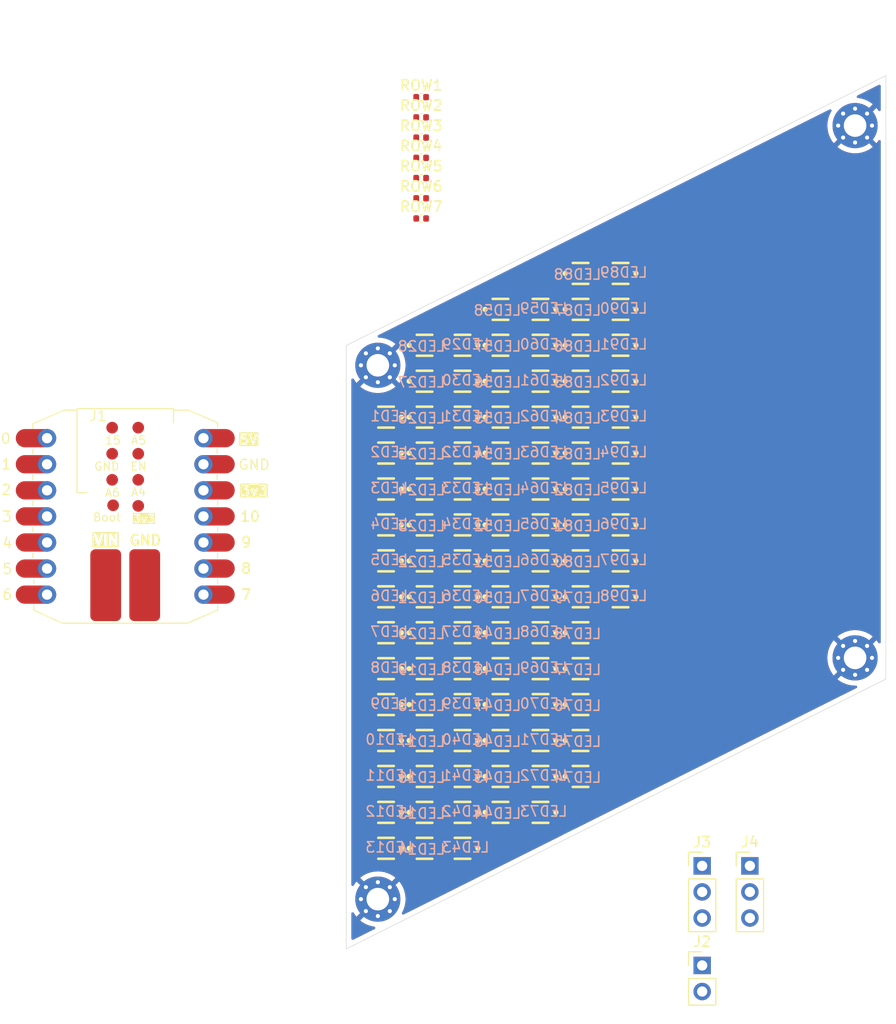
<source format=kicad_pcb>
(kicad_pcb (version 20240108) (generator "pcbnew") (generator_version "8.0")
  (layers (0 "F.Cu" signal) (31 "B.Cu" signal) (34 "B.Paste" user) (35 "F.Paste" user) (36 "B.SilkS" user "B.Silkscreen") (37 "F.SilkS" user "F.Silkscreen") (38 "B.Mask" user) (39 "F.Mask" user) (44 "Edge.Cuts" user))
  (net 0 "")
  (net 1 "GND")
  (net 2 "Net-(J1-Bat+)")
  (net 9 "Net-(J1-Bat-)")
  (net 19 "LED_IN")
  (net 26 "+5V")
  (net 33 "LED_OUT")
  (net 34 "Net-(LED1-DO)")
  (net 35 "Net-(LED2-DO)")
  (net 36 "Net-(LED3-DO)")
  (net 37 "Net-(LED4-DO)")
  (net 38 "Net-(LED5-DO)")
  (net 39 "Net-(LED6-DO)")
  (net 40 "Net-(LED7-DO)")
  (net 41 "Net-(LED8-DO)")
  (net 42 "ROW1")
  (net 43 "Net-(LED10-DO)")
  (net 44 "Net-(LED11-DO)")
  (net 45 "Net-(LED12-DO)")
  (net 46 "Net-(LED13-DO)")
  (net 47 "Net-(LED14-DO)")
  (net 48 "Net-(LED15-DO)")
  (net 49 "Net-(LED16-DO)")
  (net 50 "Net-(LED17-DO)")
  (net 51 "Net-(LED18-DO)")
  (net 52 "ROW2")
  (net 53 "Net-(LED20-DO)")
  (net 54 "Net-(LED21-DO)")
  (net 55 "Net-(LED22-DO)")
  (net 56 "Net-(LED23-DO)")
  (net 57 "Net-(LED24-DO)")
  (net 58 "Net-(LED25-DO)")
  (net 59 "Net-(LED26-DO)")
  (net 60 "Net-(LED27-DO)")
  (net 61 "ROW3")
  (net 62 "Net-(LED29-DO)")
  (net 63 "Net-(LED30-DO)")
  (net 64 "Net-(LED31-DO)")
  (net 65 "Net-(LED32-DO)")
  (net 66 "Net-(LED33-DO)")
  (net 67 "Net-(LED34-DO)")
  (net 68 "Net-(LED35-DO)")
  (net 69 "Net-(LED36-DO)")
  (net 70 "ROW4")
  (net 71 "Net-(LED38-DO)")
  (net 72 "Net-(LED39-DO)")
  (net 73 "Net-(LED40-DO)")
  (net 74 "Net-(LED41-DO)")
  (net 75 "Net-(LED42-DO)")
  (net 76 "Net-(LED43-DO)")
  (net 77 "Net-(LED44-DO)")
  (net 78 "Net-(LED45-DO)")
  (net 79 "Net-(LED46-DO)")
  (net 80 "ROW5")
  (net 81 "Net-(LED48-DO)")
  (net 82 "Net-(LED49-DO)")
  (net 83 "Net-(LED50-DO)")
  (net 84 "Net-(LED51-DO)")
  (net 85 "Net-(LED52-DO)")
  (net 86 "Net-(LED53-DO)")
  (net 87 "Net-(LED54-DO)")
  (net 88 "Net-(LED55-DO)")
  (net 89 "Net-(LED56-DO)")
  (net 90 "ROW6")
  (net 91 "Net-(LED58-DO)")
  (net 92 "Net-(LED59-DO)")
  (net 93 "Net-(LED60-DO)")
  (net 94 "Net-(LED61-DO)")
  (net 95 "Net-(LED62-DO)")
  (net 96 "Net-(LED63-DO)")
  (net 97 "Net-(LED64-DO)")
  (net 98 "Net-(LED65-DO)")
  (net 99 "Net-(LED66-DO)")
  (net 100 "ROW7")
  (net 101 "Net-(LED68-DO)")
  (net 102 "Net-(LED69-DO)")
  (net 103 "Net-(LED70-DO)")
  (net 104 "Net-(LED71-DO)")
  (net 105 "Net-(LED72-DO)")
  (net 106 "Net-(LED73-DO)")
  (net 107 "Net-(LED74-DO)")
  (net 108 "Net-(LED75-DO)")
  (net 109 "Net-(LED76-DO)")
  (net 110 "ROW8")
  (net 111 "Net-(LED78-DO)")
  (net 112 "Net-(LED79-DO)")
  (net 113 "Net-(LED80-DO)")
  (net 114 "Net-(LED81-DO)")
  (net 115 "Net-(LED82-DO)")
  (net 116 "Net-(LED83-DO)")
  (net 117 "Net-(LED84-DO)")
  (net 118 "Net-(LED85-DO)")
  (net 119 "Net-(LED86-DO)")
  (net 120 "ROW9")
  (net 121 "Net-(LED88-DO)")
  (net 122 "Net-(LED89-DO)")
  (net 123 "Net-(LED90-DO)")
  (net 124 "Net-(LED91-DO)")
  (net 125 "Net-(LED92-DO)")
  (net 126 "Net-(LED93-DO)")
  (net 127 "Net-(LED94-DO)")
  (net 128 "Net-(LED95-DO)")
  (net 129 "Net-(LED96-DO)")
  (net 130 "ROW10")
  (footprint "MountingHole:MountingHole_2.2mm_M2_Pad_Via" (layer "F.Cu") (at 17 94)
    (property "Reference" "H4" (hide yes))
    (property "Value" "MountingHole_Pad" (hide yes))
  )
  (footprint "XL-1615RGBC-WS2812B:LED-SMD_4P-L1.6-W1.5_XL-1615RGBC-WS2812B" (layer "F.Cu") (at 17.8 71.55 180)
    (property "Reference" "LED8")
    (property "Value" "XL-1615RGBC" (hide yes))
  )
  (footprint "XL-1615RGBC-WS2812B:LED-SMD_4P-L1.6-W1.5_XL-1615RGBC-WS2812B" (layer "F.Cu") (at 21.55 43.55)
    (property "Reference" "LED27")
    (property "Value" "XL-1615RGBC" (hide yes))
  )
  (footprint "XL-1615RGBC-WS2812B:LED-SMD_4P-L1.6-W1.5_XL-1615RGBC-WS2812B" (layer "F.Cu") (at 36.75 61.05)
    (property "Reference" "LED80")
    (property "Value" "XL-1615RGBC" (hide yes))
  )
  (footprint "MountingHole:MountingHole_2.2mm_M2_Pad_Via" (layer "F.Cu") (at 63.5 18.65)
    (property "Reference" "H2" (hide yes))
    (property "Value" "MountingHole_Pad" (hide yes))
  )
  (footprint "XL-1615RGBC-WS2812B:LED-SMD_4P-L1.6-W1.5_XL-1615RGBC-WS2812B" (layer "F.Cu") (at 32.85 82.05 180)
    (property "Reference" "LED72")
    (property "Value" "XL-1615RGBC" (hide yes))
  )
  (footprint "XL-1615RGBC-WS2812B:LED-SMD_4P-L1.6-W1.5_XL-1615RGBC-WS2812B" (layer "F.Cu") (at 40.65 61.05 180)
    (property "Reference" "LED97")
    (property "Value" "XL-1615RGBC" (hide yes))
  )
  (footprint "XL-1615RGBC-WS2812B:LED-SMD_4P-L1.6-W1.5_XL-1615RGBC-WS2812B" (layer "F.Cu") (at 40.65 40.05 180)
    (property "Reference" "LED91")
    (property "Value" "XL-1615RGBC" (hide yes))
  )
  (footprint "XL-1615RGBC-WS2812B:LED-SMD_4P-L1.6-W1.5_XL-1615RGBC-WS2812B" (layer "F.Cu") (at 36.75 75.05)
    (property "Reference" "LED76")
    (property "Value" "XL-1615RGBC" (hide yes))
  )
  (footprint "XL-1615RGBC-WS2812B:LED-SMD_4P-L1.6-W1.5_XL-1615RGBC-WS2812B" (layer "F.Cu") (at 32.85 50.55 180)
    (property "Reference" "LED63")
    (property "Value" "XL-1615RGBC" (hide yes))
  )
  (footprint "Capacitor_SMD:C_0402_1005Metric" (layer "F.Cu") (at 21.22 17.85)
    (property "Reference" "ROW2")
    (property "Value" "10uF,10V,X5R")
  )
  (footprint "XL-1615RGBC-WS2812B:LED-SMD_4P-L1.6-W1.5_XL-1615RGBC-WS2812B" (layer "F.Cu") (at 36.75 78.55)
    (property "Reference" "LED75")
    (property "Value" "XL-1615RGBC" (hide yes))
  )
  (footprint "XL-1615RGBC-WS2812B:LED-SMD_4P-L1.6-W1.5_XL-1615RGBC-WS2812B" (layer "F.Cu") (at 21.55 54.05)
    (property "Reference" "LED24")
    (property "Value" "XL-1615RGBC" (hide yes))
  )
  (footprint "XL-1615RGBC-WS2812B:LED-SMD_4P-L1.6-W1.5_XL-1615RGBC-WS2812B" (layer "F.Cu") (at 21.55 68.05)
    (property "Reference" "LED20")
    (property "Value" "XL-1615RGBC" (hide yes))
  )
  (footprint "XL-1615RGBC-WS2812B:LED-SMD_4P-L1.6-W1.5_XL-1615RGBC-WS2812B" (layer "F.Cu") (at 28.95 57.55)
    (property "Reference" "LED52")
    (property "Value" "XL-1615RGBC" (hide yes))
  )
  (footprint "XL-1615RGBC-WS2812B:LED-SMD_4P-L1.6-W1.5_XL-1615RGBC-WS2812B" (layer "F.Cu") (at 17.8 47.05 180)
    (property "Reference" "LED1")
    (property "Value" "XL-1615RGBC" (hide yes))
  )
  (footprint "XL-1615RGBC-WS2812B:LED-SMD_4P-L1.6-W1.5_XL-1615RGBC-WS2812B" (layer "F.Cu") (at 36.75 64.55)
    (property "Reference" "LED79")
    (property "Value" "XL-1615RGBC" (hide yes))
  )
  (footprint "XL-1615RGBC-WS2812B:LED-SMD_4P-L1.6-W1.5_XL-1615RGBC-WS2812B" (layer "F.Cu") (at 36.75 68.05)
    (property "Reference" "LED78")
    (property "Value" "XL-1615RGBC" (hide yes))
  )
  (footprint "XL-1615RGBC-WS2812B:LED-SMD_4P-L1.6-W1.5_XL-1615RGBC-WS2812B" (layer "F.Cu") (at 21.55 75.05)
    (property "Reference" "LED18")
    (property "Value" "XL-1615RGBC" (hide yes))
  )
  (footprint "XL-1615RGBC-WS2812B:LED-SMD_4P-L1.6-W1.5_XL-1615RGBC-WS2812B" (layer "F.Cu") (at 28.95 43.55)
    (property "Reference" "LED56")
    (property "Value" "XL-1615RGBC" (hide yes))
  )
  (footprint "XL-1615RGBC-WS2812B:LED-SMD_4P-L1.6-W1.5_XL-1615RGBC-WS2812B" (layer "F.Cu") (at 32.85 40.05 180)
    (property "Reference" "LED60")
    (property "Value" "XL-1615RGBC" (hide yes))
  )
  (footprint "XL-1615RGBC-WS2812B:LED-SMD_4P-L1.6-W1.5_XL-1615RGBC-WS2812B" (layer "F.Cu") (at 25.25 89.05 180)
    (property "Reference" "LED43")
    (property "Value" "XL-1615RGBC" (hide yes))
  )
  (footprint "Graphics" (layer "F.Cu") (at 10.23 6.68)
    (property "Reference" "")
    (property "Value" "")
  )
  (footprint "XL-1615RGBC-WS2812B:LED-SMD_4P-L1.6-W1.5_XL-1615RGBC-WS2812B" (layer "F.Cu") (at 17.8 61.05 180)
    (property "Reference" "LED5")
    (property "Value" "XL-1615RGBC" (hide yes))
  )
  (footprint "XL-1615RGBC-WS2812B:LED-SMD_4P-L1.6-W1.5_XL-1615RGBC-WS2812B" (layer "F.Cu") (at 17.8 57.55 180)
    (property "Reference" "LED4")
    (property "Value" "XL-1615RGBC" (hide yes))
  )
  (footprint "XL-1615RGBC-WS2812B:LED-SMD_4P-L1.6-W1.5_XL-1615RGBC-WS2812B" (layer "F.Cu") (at 32.85 36.55 180)
    (property "Reference" "LED59")
    (property "Value" "XL-1615RGBC" (hide yes))
  )
  (footprint "XL-1615RGBC-WS2812B:LED-SMD_4P-L1.6-W1.5_XL-1615RGBC-WS2812B" (layer "F.Cu") (at 36.75 36.55)
    (property "Reference" "LED87")
    (property "Value" "XL-1615RGBC" (hide yes))
  )
  (footprint "XL-1615RGBC-WS2812B:LED-SMD_4P-L1.6-W1.5_XL-1615RGBC-WS2812B" (layer "F.Cu") (at 25.25 54.05 180)
    (property "Reference" "LED33")
    (property "Value" "XL-1615RGBC" (hide yes))
  )
  (footprint "XL-1615RGBC-WS2812B:LED-SMD_4P-L1.6-W1.5_XL-1615RGBC-WS2812B" (layer "F.Cu") (at 28.95 50.55)
    (property "Reference" "LED54")
    (property "Value" "XL-1615RGBC" (hide yes))
  )
  (footprint "XL-1615RGBC-WS2812B:LED-SMD_4P-L1.6-W1.5_XL-1615RGBC-WS2812B" (layer "F.Cu") (at 25.25 40.05 180)
    (property "Reference" "LED29")
    (property "Value" "XL-1615RGBC" (hide yes))
  )
  (footprint "XL-1615RGBC-WS2812B:LED-SMD_4P-L1.6-W1.5_XL-1615RGBC-WS2812B" (layer "F.Cu") (at 36.75 47.05)
    (property "Reference" "LED84")
    (property "Value" "XL-1615RGBC" (hide yes))
  )
  (footprint "XL-1615RGBC-WS2812B:LED-SMD_4P-L1.6-W1.5_XL-1615RGBC-WS2812B" (layer "F.Cu") (at 28.95 78.55)
    (property "Reference" "LED46")
    (property "Value" "XL-1615RGBC" (hide yes))
  )
  (footprint "MountingHole:MountingHole_2.2mm_M2_Pad_Via" (layer "F.Cu") (at 17 42)
    (property "Reference" "H1" (hide yes))
    (property "Value" "MountingHole_Pad" (hide yes))
  )
  (footprint "MountingHole:MountingHole_2.2mm_M2_Pad_Via" (layer "F.Cu") (at 63.5 70.5)
    (property "Reference" "H3" (hide yes))
    (property "Value" "MountingHole_Pad" (hide yes))
  )
  (footprint "XL-1615RGBC-WS2812B:LED-SMD_4P-L1.6-W1.5_XL-1615RGBC-WS2812B" (layer "F.Cu") (at 32.85 78.55 180)
    (property "Reference" "LED71")
    (property "Value" "XL-1615RGBC" (hide yes))
  )
  (footprint "XL-1615RGBC-WS2812B:LED-SMD_4P-L1.6-W1.5_XL-1615RGBC-WS2812B" (layer "F.Cu") (at 17.8 50.55 180)
    (property "Reference" "LED2")
    (property "Value" "XL-1615RGBC" (hide yes))
  )
  (footprint "XL-1615RGBC-WS2812B:LED-SMD_4P-L1.6-W1.5_XL-1615RGBC-WS2812B" (layer "F.Cu") (at 28.95 82.05)
    (property "Reference" "LED45")
    (property "Value" "XL-1615RGBC" (hide yes))
  )
  (footprint "XL-1615RGBC-WS2812B:LED-SMD_4P-L1.6-W1.5_XL-1615RGBC-WS2812B" (layer "F.Cu") (at 36.75 71.55)
    (property "Reference" "LED77")
    (property "Value" "XL-1615RGBC" (hide yes))
  )
  (footprint "XL-1615RGBC-WS2812B:LED-SMD_4P-L1.6-W1.5_XL-1615RGBC-WS2812B" (layer "F.Cu") (at 32.85 47.05 180)
    (property "Reference" "LED62")
    (property "Value" "XL-1615RGBC" (hide yes))
  )
  (footprint "Connector_PinHeader_2.54mm:PinHeader_1x03_P2.54mm_Vertical" (layer "F.Cu") (at 53.25 90.76)
    (property "Reference" "J4")
    (property "Value" "Conn_01x03")
  )
  (footprint "XL-1615RGBC-WS2812B:LED-SMD_4P-L1.6-W1.5_XL-1615RGBC-WS2812B" (layer "F.Cu") (at 25.25 75.05 180)
    (property "Reference" "LED39")
    (property "Value" "XL-1615RGBC" (hide yes))
  )
  (footprint "XL-1615RGBC-WS2812B:LED-SMD_4P-L1.6-W1.5_XL-1615RGBC-WS2812B" (layer "F.Cu") (at 32.85 61.05 180)
    (property "Reference" "LED66")
    (property "Value" "XL-1615RGBC" (hide yes))
  )
  (footprint "XL-1615RGBC-WS2812B:LED-SMD_4P-L1.6-W1.5_XL-1615RGBC-WS2812B" (layer "F.Cu") (at 40.65 36.55 180)
    (property "Reference" "LED90")
    (property "Value" "XL-1615RGBC" (hide yes))
  )
  (footprint "Connector_PinHeader_2.54mm:PinHeader_1x02_P2.54mm_Vertical" (layer "F.Cu") (at 48.6 100.46)
    (property "Reference" "J2")
    (property "Value" "Conn_01x02")
  )
  (footprint "XL-1615RGBC-WS2812B:LED-SMD_4P-L1.6-W1.5_XL-1615RGBC-WS2812B" (layer "F.Cu") (at 21.55 64.55)
    (property "Reference" "LED21")
    (property "Value" "XL-1615RGBC" (hide yes))
  )
  (footprint "XL-1615RGBC-WS2812B:LED-SMD_4P-L1.6-W1.5_XL-1615RGBC-WS2812B" (layer "F.Cu") (at 28.95 68.05)
    (property "Reference" "LED49")
    (property "Value" "XL-1615RGBC" (hide yes))
  )
  (footprint "XL-1615RGBC-WS2812B:LED-SMD_4P-L1.6-W1.5_XL-1615RGBC-WS2812B" (layer "F.Cu") (at 40.65 57.55 180)
    (property "Reference" "LED96")
    (property "Value" "XL-1615RGBC" (hide yes))
  )
  (footprint "XL-1615RGBC-WS2812B:LED-SMD_4P-L1.6-W1.5_XL-1615RGBC-WS2812B" (layer "F.Cu") (at 21.55 57.55)
    (property "Reference" "LED23")
    (property "Value" "XL-1615RGBC" (hide yes))
  )
  (footprint "XL-1615RGBC-WS2812B:LED-SMD_4P-L1.6-W1.5_XL-1615RGBC-WS2812B" (layer "F.Cu") (at 32.85 64.55 180)
    (property "Reference" "LED67")
    (property "Value" "XL-1615RGBC" (hide yes))
  )
  (footprint "Capacitor_SMD:C_0402_1005Metric" (layer "F.Cu") (at 21.22 23.76)
    (property "Reference" "ROW5")
    (property "Value" "10uF,10V,X5R")
  )
  (footprint "XL-1615RGBC-WS2812B:LED-SMD_4P-L1.6-W1.5_XL-1615RGBC-WS2812B" (layer "F.Cu") (at 36.75 40.05)
    (property "Reference" "LED86")
    (property "Value" "XL-1615RGBC" (hide yes))
  )
  (footprint "XL-1615RGBC-WS2812B:LED-SMD_4P-L1.6-W1.5_XL-1615RGBC-WS2812B" (layer "F.Cu") (at 40.65 50.55 180)
    (property "Reference" "LED94")
    (property "Value" "XL-1615RGBC" (hide yes))
  )
  (footprint "XL-1615RGBC-WS2812B:LED-SMD_4P-L1.6-W1.5_XL-1615RGBC-WS2812B" (layer "F.Cu") (at 32.85 71.55 180)
    (property "Reference" "LED69")
    (property "Value" "XL-1615RGBC" (hide yes))
  )
  (footprint "Graphics" (layer "F.Cu") (at 10.23 6.68)
    (property "Reference" "")
    (property "Value" "")
  )
  (footprint "XL-1615RGBC-WS2812B:LED-SMD_4P-L1.6-W1.5_XL-1615RGBC-WS2812B" (layer "F.Cu") (at 21.55 40.05)
    (property "Reference" "LED28")
    (property "Value" "XL-1615RGBC" (hide yes))
  )
  (footprint "XL-1615RGBC-WS2812B:LED-SMD_4P-L1.6-W1.5_XL-1615RGBC-WS2812B" (layer "F.Cu") (at 25.25 68.05 180)
    (property "Reference" "LED37")
    (property "Value" "XL-1615RGBC" (hide yes))
  )
  (footprint "XL-1615RGBC-WS2812B:LED-SMD_4P-L1.6-W1.5_XL-1615RGBC-WS2812B" (layer "F.Cu") (at 17.8 68.05 180)
    (property "Reference" "LED7")
    (property "Value" "XL-1615RGBC" (hide yes))
  )
  (footprint "XL-1615RGBC-WS2812B:LED-SMD_4P-L1.6-W1.5_XL-1615RGBC-WS2812B" (layer "F.Cu") (at 25.25 57.55 180)
    (property "Reference" "LED34")
    (property "Value" "XL-1615RGBC" (hide yes))
  )
  (footprint "Connector_PinHeader_2.54mm:PinHeader_1x03_P2.54mm_Vertical" (layer "F.Cu") (at 48.6 90.76)
    (property "Reference" "J3")
    (property "Value" "Conn_01x03")
  )
  (footprint "XL-1615RGBC-WS2812B:LED-SMD_4P-L1.6-W1.5_XL-1615RGBC-WS2812B" (layer "F.Cu") (at 40.65 33.05 180)
    (property "Reference" "LED89")
    (property "Value" "XL-1615RGBC" (hide yes))
  )
  (footprint "XL-1615RGBC-WS2812B:LED-SMD_4P-L1.6-W1.5_XL-1615RGBC-WS2812B" (layer "F.Cu") (at 40.65 43.55 180)
    (property "Reference" "LED92")
    (property "Value" "XL-1615RGBC" (hide yes))
  )
  (footprint "XL-1615RGBC-WS2812B:LED-SMD_4P-L1.6-W1.5_XL-1615RGBC-WS2812B" (layer "F.Cu") (at 32.85 54.05 180)
    (property "Reference" "LED64")
    (property "Value" "XL-1615RGBC" (hide yes))
  )
  (footprint "XL-1615RGBC-WS2812B:LED-SMD_4P-L1.6-W1.5_XL-1615RGBC-WS2812B" (layer "F.Cu") (at 17.8 54.05 180)
    (property "Reference" "LED3")
    (property "Value" "XL-1615RGBC" (hide yes))
  )
  (footprint "Capacitor_SMD:C_0402_1005Metric" (layer "F.Cu") (at 21.22 21.79)
    (property "Reference" "ROW4")
    (property "Value" "10uF,10V,X5R")
  )
  (footprint "XL-1615RGBC-WS2812B:LED-SMD_4P-L1.6-W1.5_XL-1615RGBC-WS2812B" (layer "F.Cu") (at 25.25 43.55 180)
    (property "Reference" "LED30")
    (property "Value" "XL-1615RGBC" (hide yes))
  )
  (footprint "XL-1615RGBC-WS2812B:LED-SMD_4P-L1.6-W1.5_XL-1615RGBC-WS2812B" (layer "F.Cu") (at 25.25 71.55 180)
    (property "Reference" "LED38")
    (property "Value" "XL-1615RGBC" (hide yes))
  )
  (footprint "XL-1615RGBC-WS2812B:LED-SMD_4P-L1.6-W1.5_XL-1615RGBC-WS2812B" (layer "F.Cu") (at 32.85 68.05 180)
    (property "Reference" "LED68")
    (property "Value" "XL-1615RGBC" (hide yes))
  )
  (footprint "XL-1615RGBC-WS2812B:LED-SMD_4P-L1.6-W1.5_XL-1615RGBC-WS2812B" (layer "F.Cu") (at 25.25 50.55 180)
    (property "Reference" "LED32")
    (property "Value" "XL-1615RGBC" (hide yes))
  )
  (footprint "XL-1615RGBC-WS2812B:LED-SMD_4P-L1.6-W1.5_XL-1615RGBC-WS2812B" (layer "F.Cu") (at 28.95 85.55)
    (property "Reference" "LED44")
    (property "Value" "XL-1615RGBC" (hide yes))
  )
  (footprint "XL-1615RGBC-WS2812B:LED-SMD_4P-L1.6-W1.5_XL-1615RGBC-WS2812B" (layer "F.Cu") (at 21.55 82.05)
    (property "Reference" "LED16")
    (property "Value" "XL-1615RGBC" (hide yes))
  )
  (footprint "XL-1615RGBC-WS2812B:LED-SMD_4P-L1.6-W1.5_XL-1615RGBC-WS2812B" (layer "F.Cu") (at 28.95 40.05)
    (property "Reference" "LED57")
    (property "Value" "XL-1615RGBC" (hide yes))
  )
  (footprint "XL-1615RGBC-WS2812B:LED-SMD_4P-L1.6-W1.5_XL-1615RGBC-WS2812B" (layer "F.Cu") (at 40.65 64.55 180)
    (property "Reference" "LED98")
    (property "Value" "XL-1615RGBC" (hide yes))
  )
  (footprint "Graphics" (layer "F.Cu") (at 10.23 6.68)
    (property "Reference" "")
    (property "Value" "")
  )
  (footprint "XL-1615RGBC-WS2812B:LED-SMD_4P-L1.6-W1.5_XL-1615RGBC-WS2812B" (layer "F.Cu") (at 21.55 89.05)
    (property "Reference" "LED14")
    (property "Value" "XL-1615RGBC" (hide yes))
  )
  (footprint "XL-1615RGBC-WS2812B:LED-SMD_4P-L1.6-W1.5_XL-1615RGBC-WS2812B" (layer "F.Cu") (at 21.55 71.55)
    (property "Reference" "LED19")
    (property "Value" "XL-1615RGBC" (hide yes))
  )
  (footprint "XL-1615RGBC-WS2812B:LED-SMD_4P-L1.6-W1.5_XL-1615RGBC-WS2812B" (layer "F.Cu") (at 36.75 54.05)
    (property "Reference" "LED82")
    (property "Value" "XL-1615RGBC" (hide yes))
  )
  (footprint "XL-1615RGBC-WS2812B:LED-SMD_4P-L1.6-W1.5_XL-1615RGBC-WS2812B" (layer "F.Cu") (at 28.95 36.55)
    (property "Reference" "LED58")
    (property "Value" "XL-1615RGBC" (hide yes))
  )
  (footprint "XL-1615RGBC-WS2812B:LED-SMD_4P-L1.6-W1.5_XL-1615RGBC-WS2812B" (layer "F.Cu") (at 25.25 64.55 180)
    (property "Reference" "LED36")
    (property "Value" "XL-1615RGBC" (hide yes))
  )
  (footprint "SWS-Library:XIAO" (layer "F.Cu") (at -7.61394 56.720499)
    (property "Reference" "J1")
    (property "Value" "~")
  )
  (footprint "XL-1615RGBC-WS2812B:LED-SMD_4P-L1.6-W1.5_XL-1615RGBC-WS2812B" (layer "F.Cu") (at 25.25 78.55 180)
    (property "Reference" "LED40")
    (property "Value" "XL-1615RGBC" (hide yes))
  )
  (footprint "XL-1615RGBC-WS2812B:LED-SMD_4P-L1.6-W1.5_XL-1615RGBC-WS2812B" (layer "F.Cu") (at 28.95 47.05)
    (property "Reference" "LED55")
    (property "Value" "XL-1615RGBC" (hide yes))
  )
  (footprint "XL-1615RGBC-WS2812B:LED-SMD_4P-L1.6-W1.5_XL-1615RGBC-WS2812B" (layer "F.Cu") (at 17.8 75.05 180)
    (property "Reference" "LED9")
    (property "Value" "XL-1615RGBC" (hide yes))
  )
  (footprint "XL-1615RGBC-WS2812B:LED-SMD_4P-L1.6-W1.5_XL-1615RGBC-WS2812B" (layer "F.Cu") (at 40.65 54.05 180)
    (property "Reference" "LED95")
    (property "Value" "XL-1615RGBC" (hide yes))
  )
  (footprint "XL-1615RGBC-WS2812B:LED-SMD_4P-L1.6-W1.5_XL-1615RGBC-WS2812B" (layer "F.Cu") (at 17.8 85.55 180)
    (property "Reference" "LED12")
    (property "Value" "XL-1615RGBC" (hide yes))
  )
  (footprint "XL-1615RGBC-WS2812B:LED-SMD_4P-L1.6-W1.5_XL-1615RGBC-WS2812B" (layer "F.Cu") (at 25.25 82.05 180)
    (property "Reference" "LED41")
    (property "Value" "XL-1615RGBC" (hide yes))
  )
  (footprint "XL-1615RGBC-WS2812B:LED-SMD_4P-L1.6-W1.5_XL-1615RGBC-WS2812B" (layer "F.Cu") (at 32.85 75.05 180)
    (property "Reference" "LED70")
    (property "Value" "XL-1615RGBC" (hide yes))
  )
  (footprint "XL-1615RGBC-WS2812B:LED-SMD_4P-L1.6-W1.5_XL-1615RGBC-WS2812B" (layer "F.Cu") (at 36.75 33.05)
    (property "Reference" "LED88")
    (property "Value" "XL-1615RGBC" (hide yes))
  )
  (footprint "XL-1615RGBC-WS2812B:LED-SMD_4P-L1.6-W1.5_XL-1615RGBC-WS2812B" (layer "F.Cu") (at 21.55 78.55)
    (property "Reference" "LED17")
    (property "Value" "XL-1615RGBC" (hide yes))
  )
  (footprint "XL-1615RGBC-WS2812B:LED-SMD_4P-L1.6-W1.5_XL-1615RGBC-WS2812B" (layer "F.Cu") (at 40.65 47.05 180)
    (property "Reference" "LED93")
    (property "Value" "XL-1615RGBC" (hide yes))
  )
  (footprint "XL-1615RGBC-WS2812B:LED-SMD_4P-L1.6-W1.5_XL-1615RGBC-WS2812B" (layer "F.Cu") (at 25.25 61.05 180)
    (property "Reference" "LED35")
    (property "Value" "XL-1615RGBC" (hide yes))
  )
  (footprint "Capacitor_SMD:C_0402_1005Metric" (layer "F.Cu") (at 21.22 25.73)
    (property "Reference" "ROW6")
    (property "Value" "10uF,10V,X5R")
  )
  (footprint "Capacitor_SMD:C_0402_1005Metric" (layer "F.Cu") (at 21.22 27.7)
    (property "Reference" "ROW7")
    (property "Value" "10uF,10V,X5R")
  )
  (footprint "XL-1615RGBC-WS2812B:LED-SMD_4P-L1.6-W1.5_XL-1615RGBC-WS2812B" (layer "F.Cu") (at 17.8 89.05 180)
    (property "Reference" "LED13")
    (property "Value" "XL-1615RGBC" (hide yes))
  )
  (footprint "XL-1615RGBC-WS2812B:LED-SMD_4P-L1.6-W1.5_XL-1615RGBC-WS2812B" (layer "F.Cu") (at 36.75 57.55)
    (property "Reference" "LED81")
    (property "Value" "XL-1615RGBC" (hide yes))
  )
  (footprint "XL-1615RGBC-WS2812B:LED-SMD_4P-L1.6-W1.5_XL-1615RGBC-WS2812B" (layer "F.Cu") (at 28.95 61.05)
    (property "Reference" "LED51")
    (property "Value" "XL-1615RGBC" (hide yes))
  )
  (footprint "XL-1615RGBC-WS2812B:LED-SMD_4P-L1.6-W1.5_XL-1615RGBC-WS2812B" (layer "F.Cu") (at 17.8 78.55 180)
    (property "Reference" "LED10")
    (property "Value" "XL-1615RGBC" (hide yes))
  )
  (footprint "XL-1615RGBC-WS2812B:LED-SMD_4P-L1.6-W1.5_XL-1615RGBC-WS2812B" (layer "F.Cu") (at 28.95 75.05)
    (property "Reference" "LED47")
    (property "Value" "XL-1615RGBC" (hide yes))
  )
  (footprint "XL-1615RGBC-WS2812B:LED-SMD_4P-L1.6-W1.5_XL-1615RGBC-WS2812B" (layer "F.Cu") (at 32.85 85.55 180)
    (property "Reference" "LED73")
    (property "Value" "XL-1615RGBC" (hide yes))
  )
  (footprint "XL-1615RGBC-WS2812B:LED-SMD_4P-L1.6-W1.5_XL-1615RGBC-WS2812B" (layer "F.Cu") (at 25.25 85.55 180)
    (property "Reference" "LED42")
    (property "Value" "XL-1615RGBC" (hide yes))
  )
  (footprint "XL-1615RGBC-WS2812B:LED-SMD_4P-L1.6-W1.5_XL-1615RGBC-WS2812B" (layer "F.Cu") (at 28.95 64.55)
    (property "Reference" "LED50")
    (property "Value" "XL-1615RGBC" (hide yes))
  )
  (footprint "XL-1615RGBC-WS2812B:LED-SMD_4P-L1.6-W1.5_XL-1615RGBC-WS2812B" (layer "F.Cu") (at 36.75 43.55)
    (property "Reference" "LED85")
    (property "Value" "XL-1615RGBC" (hide yes))
  )
  (footprint "XL-1615RGBC-WS2812B:LED-SMD_4P-L1.6-W1.5_XL-1615RGBC-WS2812B" (layer "F.Cu") (at 21.55 47.05)
    (property "Reference" "LED26")
    (property "Value" "XL-1615RGBC" (hide yes))
  )
  (footprint "XL-1615RGBC-WS2812B:LED-SMD_4P-L1.6-W1.5_XL-1615RGBC-WS2812B" (layer "F.Cu") (at 25.25 47.05 180)
    (property "Reference" "LED31")
    (property "Value" "XL-1615RGBC" (hide yes))
  )
  (footprint "Graphics" (layer "F.Cu") (at 10.23 6.68)
    (property "Reference" "")
    (property "Value" "")
  )
  (footprint "XL-1615RGBC-WS2812B:LED-SMD_4P-L1.6-W1.5_XL-1615RGBC-WS2812B" (layer "F.Cu") (at 17.8 64.55 180)
    (property "Reference" "LED6")
    (property "Value" "XL-1615RGBC" (hide yes))
  )
  (footprint "XL-1615RGBC-WS2812B:LED-SMD_4P-L1.6-W1.5_XL-1615RGBC-WS2812B" (layer "F.Cu") (at 21.55 61.05)
    (property "Reference" "LED22")
    (property "Value" "XL-1615RGBC" (hide yes))
  )
  (footprint "Capacitor_SMD:C_0402_1005Metric" (layer "F.Cu") (at 21.22 19.82)
    (property "Reference" "ROW3")
    (property "Value" "10uF,10V,X5R")
  )
  (footprint "XL-1615RGBC-WS2812B:LED-SMD_4P-L1.6-W1.5_XL-1615RGBC-WS2812B" (layer "F.Cu") (at 36.75 50.55)
    (property "Reference" "LED83")
    (property "Value" "XL-1615RGBC" (hide yes))
  )
  (footprint "Capacitor_SMD:C_0402_1005Metric" (layer "F.Cu") (at 21.22 15.88)
    (property "Reference" "ROW1")
    (property "Value" "10uF,10V,X5R")
  )
  (footprint "XL-1615RGBC-WS2812B:LED-SMD_4P-L1.6-W1.5_XL-1615RGBC-WS2812B" (layer "F.Cu") (at 36.75 82.05)
    (property "Reference" "LED74")
    (property "Value" "XL-1615RGBC" (hide yes))
  )
  (footprint "XL-1615RGBC-WS2812B:LED-SMD_4P-L1.6-W1.5_XL-1615RGBC-WS2812B" (layer "F.Cu") (at 17.8 82.05 180)
    (property "Reference" "LED11")
    (property "Value" "XL-1615RGBC" (hide yes))
  )
  (footprint "Graphics" (layer "F.Cu") (at 10.23 6.68)
    (property "Reference" "")
    (property "Value" "")
  )
  (footprint "XL-1615RGBC-WS2812B:LED-SMD_4P-L1.6-W1.5_XL-1615RGBC-WS2812B" (layer "F.Cu") (at 32.85 57.55 180)
    (property "Reference" "LED65")
    (property "Value" "XL-1615RGBC" (hide yes))
  )
  (footprint "XL-1615RGBC-WS2812B:LED-SMD_4P-L1.6-W1.5_XL-1615RGBC-WS2812B" (layer "F.Cu") (at 32.85 43.55 180)
    (property "Reference" "LED61")
    (property "Value" "XL-1615RGBC" (hide yes))
  )
  (footprint "XL-1615RGBC-WS2812B:LED-SMD_4P-L1.6-W1.5_XL-1615RGBC-WS2812B" (layer "F.Cu") (at 28.95 71.55)
    (property "Reference" "LED48")
    (property "Value" "XL-1615RGBC" (hide yes))
  )
  (footprint "XL-1615RGBC-WS2812B:LED-SMD_4P-L1.6-W1.5_XL-1615RGBC-WS2812B" (layer "F.Cu") (at 28.95 54.05)
    (property "Reference" "LED53")
    (property "Value" "XL-1615RGBC" (hide yes))
  )
  (footprint "XL-1615RGBC-WS2812B:LED-SMD_4P-L1.6-W1.5_XL-1615RGBC-WS2812B" (layer "F.Cu") (at 21.55 50.55)
    (property "Reference" "LED25")
    (property "Value" "XL-1615RGBC" (hide yes))
  )
  (footprint "XL-1615RGBC-WS2812B:LED-SMD_4P-L1.6-W1.5_XL-1615RGBC-WS2812B" (layer "F.Cu") (at 21.55 85.55)
    (property "Reference" "LED15")
    (property "Value" "XL-1615RGBC" (hide yes))
  )
  (footprint "Graphics" (layer "B.Cu") (at 10.23 6.68)
    (property "Reference" "")
    (property "Value" "")
  )
  (gr_line (start 13.924 98.849) (end 66.497 72.563) (stroke (width 0.05)) (layer "Edge.Cuts"))
  (gr_line (start 13.924 40.071) (end 13.924 98.849) (stroke (width 0.05)) (layer "Edge.Cuts"))
  (gr_line (start 66.497 72.563) (end 66.497 13.784) (stroke (width 0.05)) (layer "Edge.Cuts"))
  (gr_line (start 66.497 13.784) (end 13.924 40.071) (stroke (width 0.05)) (layer "Edge.Cuts"))
  (segment (start 16.2 51.1) (end 16.2 48.35) (width 0.5) (layer "F.Cu") (net 26))
  (segment (start 23.15 87.75) (end 23.15 89.05) (width 0.5) (layer "F.Cu") (net 26))
  (segment (start 31.25 50.1) (end 31.25 51) (width 0.5) (layer "F.Cu") (net 26))
  (segment (start 16.2 61.5) (end 16.2 58.1) (width 0.5) (layer "F.Cu") (net 26))
  (segment (start 23.15 82.5) (end 23.15 81.6) (width 0.5) (layer "F.Cu") (net 26))
  (segment (start 38.35 80.75) (end 38.35 78.1) (width 0.5) (layer "F.Cu") (net 26))
  (segment (start 23.25 75.5) (end 23.15 75.6) (width 0.5) (layer "F.Cu") (net 26))
  (segment (start 32.1 72) (end 31.25 72) (width 0.5) (layer "F.Cu") (net 26))
  (segment (start 32.1 86) (end 32.875 86.775) (width 0.5) (layer "F.Cu") (net 26))
  (segment (start 31.25 37.85) (end 31.25 39.5) (width 0.5) (layer "F.Cu") (net 26))
  (segment (start 38.35 54.5) (end 38.35 53.6) (width 0.5) (layer "F.Cu") (net 26))
  (segment (start 23.15 50.1) (end 23.15 47.5) (width 0.5) (layer "F.Cu") (net 26))
  (segment (start 35.125 86.775) (end 38.35 83.55) (width 0.5) (layer "F.Cu") (net 26))
  (segment (start 23.15 86) (end 23.15 85.225) (width 0.5) (layer "F.Cu") (net 26))
  (segment (start 23.15 85.225) (end 23.025 85.1) (width 0.5) (layer "F.Cu") (net 26))
  (segment (start 32.1 37) (end 31.25 37.85) (width 0.5) (layer "F.Cu") (net 26))
  (segment (start 23.15 61.6) (end 23.15 60.6) (width 0.5) (layer "F.Cu") (net 26))
  (segment (start 38.25 43.1) (end 38.35 43.2) (width 0.5) (layer "F.Cu") (net 26))
  (segment (start 29.7 67.6) (end 31.25 67.6) (width 0.5) (layer "F.Cu") (net 26))
  (segment (start 38.35 83.55) (end 38.35 80.75) (width 0.5) (layer "F.Cu") (net 26))
  (segment (start 23.15 68.4) (end 23.15 67.6) (width 0.5) (layer "F.Cu") (net 26))
  (segment (start 39.9 33.5) (end 38.35 33.5) (width 0.5) (layer "F.Cu") (net 26))
  (segment (start 31.375 40.5) (end 31.25 40.625) (width 0.5) (layer "F.Cu") (net 26))
  (segment (start 31.25 36.925) (end 31.25 37.85) (width 0.5) (layer "F.Cu") (net 26))
  (segment (start 31.375 65) (end 32.1 65) (width 0.5) (layer "F.Cu") (net 26))
  (segment (start 16.2 68.5) (end 16.2 65) (width 0.5) (layer "F.Cu") (net 26))
  (segment (start 24.5 54.5) (end 23.15 54.5) (width 0.5) (layer "F.Cu") (net 26))
  (segment (start 17.05 79) (end 16.2 79) (width 0.5) (layer "F.Cu") (net 26))
  (segment (start 31.25 57.1) (end 31.25 58) (width 0.5) (layer "F.Cu") (net 26))
  (segment (start 24.5 68.5) (end 23.25 68.5) (width 0.5) (layer "F.Cu") (net 26))
  (segment (start 23.25 72) (end 23.15 72.1) (width 0.5) (layer "F.Cu") (net 26))
  (segment (start 39.9 65) (end 38.35 65) (width 0.5) (layer "F.Cu") (net 26))
  (segment (start 38.35 33.5) (end 38.35 32.725) (width 0.5) (layer "F.Cu") (net 26))
  (segment (start 39.9 37) (end 38.35 37) (width 0.5) (layer "F.Cu") (net 26))
  (segment (start 16.2 79) (end 16.2 72) (width 0.5) (layer "F.Cu") (net 26))
  (segment (start 37.5 50.1) (end 37.6 50) (width 0.5) (layer "F.Cu") (net 26))
  (segment (start 38.35 65) (end 38.35 64.1) (width 0.5) (layer "F.Cu") (net 26))
  (segment (start 16.35 89.5) (end 17.05 89.5) (width 0.5) (layer "F.Cu") (net 26))
  (segment (start 37.5 71.1) (end 38.35 71.1) (width 0.5) (layer "F.Cu") (net 26))
  (segment (start 22.3 78.1) (end 23.15 78.1) (width 0.5) (layer "F.Cu") (net 26))
  (segment (start 38.35 46.6) (end 38.35 44) (width 0.5) (layer "F.Cu") (net 26))
  (segment (start 39.9 58) (end 38.35 58) (width 0.5) (layer "F.Cu") (net 26))
  (segment (start 32.1 79) (end 31.25 79) (width 0.5) (layer "F.Cu") (net 26))
  (segment (start 38.35 78.1) (end 38.35 74.6) (width 0.5) (layer "F.Cu") (net 26))
  (segment (start 38.35 40.5) (end 38.35 39.6) (width 0.5) (layer "F.Cu") (net 26))
  (segment (start 32.1 54.5) (end 31.25 54.5) (width 0.5) (layer "F.Cu") (net 26))
  (segment (start 22.3 46.6) (end 23.15 46.6) (width 0.5) (layer "F.Cu") (net 26))
  (segment (start 31.25 61.5) (end 31.25 64.1) (width 0.5) (layer "F.Cu") (net 26))
  (segment (start 29.7 74.6) (end 31.25 74.6) (width 0.5) (layer "F.Cu") (net 26))
  (segment (start 38.35 61.5) (end 38.35 60.6) (width 0.5) (layer "F.Cu") (net 26))
  (segment (start 17.05 72) (end 16.2 72) (width 0.5) (layer "F.Cu") (net 26))
  (segment (start 37.5 46.6) (end 38.35 46.6) (width 0.5) (layer "F.Cu") (net 26))
  (segment (start 29.7 78.1) (end 31.25 78.1) (width 0.5) (layer "F.Cu") (net 26))
  (segment (start 38.35 71.1) (end 38.35 67.7) (width 0.5) (layer "F.Cu") (net 26))
  (segment (start 32.1 47.5) (end 31.25 47.5) (width 0.5) (layer "F.Cu") (net 26))
  (segment (start 31.25 81.6) (end 31.25 79) (width 0.5) (layer "F.Cu") (net 26))
  (segment (start 23.15 81.6) (end 23.15 79) (width 0.5) (layer "F.Cu") (net 26))
  (segment (start 31.25 39.5) (end 31.25 40.375) (width 0.5) (layer "F.Cu") (net 26))
  (segment (start 23.15 46.6) (end 23.15 44) (width 0.5) (layer "F.Cu") (net 26))
  (segment (start 29.7 36.1) (end 30.425 36.1) (width 0.5) (layer "F.Cu") (net 26))
  (segment (start 39.9 44) (end 38.35 44) (width 0.5) (layer "F.Cu") (net 26))
  (segment (start 22.35 43.125) (end 23.05 43.125) (width 0.5) (layer "F.Cu") (net 26))
  (segment (start 38.35 44) (end 38.35 43.2) (width 0.5) (layer "F.Cu") (net 26))
  (segment (start 32.1 82.5) (end 31.25 82.5) (width 0.5) (layer "F.Cu") (net 26))
  (segment (start 31.25 72) (end 31.25 71.1) (width 0.5) (layer "F.Cu") (net 26))
  (segment (start 17.05 68.5) (end 16.2 68.5) (width 0.5) (layer "F.Cu") (net 26))
  (segment (start 38.35 53.6) (end 38.35 51) (width 0.5) (layer "F.Cu") (net 26))
  (segment (start 31.15 39.6) (end 31.25 39.5) (width 0.5) (layer "F.Cu") (net 26))
  (segment (start 38.35 74.6) (end 38.35 71.1) (width 0.5) (layer "F.Cu") (net 26))
  (segment (start 23.15 67.6) (end 23.15 65) (width 0.5) (layer "F.Cu") (net 26))
  (segment (start 24.5 44) (end 23.15 44) (width 0.5) (layer "F.Cu") (net 26))
  (segment (start 38.35 60.6) (end 38.35 58) (width 0.5) (layer "F.Cu") (net 26))
  (segment (start 31.25 74.6) (end 31.25 72) (width 0.5) (layer "F.Cu") (net 26))
  (segment (start 24.5 58) (end 23.25 58) (width 0.5) (layer "F.Cu") (net 26))
  (segment (start 38.35 67.7) (end 38.35 65) (width 0.5) (layer "F.Cu") (net 26))
  (segment (start 23.15 44) (end 23.15 43.225) (width 0.5) (layer "F.Cu") (net 26))
  (segment (start 23.15 72.1) (end 23.15 71.1) (width 0.5) (layer "F.Cu") (net 26))
  (segment (start 23.15 71.1) (end 23.15 68.4) (width 0.5) (layer "F.Cu") (net 26))
  (segment (start 31.25 64.1) (end 31.25 64.6) (width 0.5) (layer "F.Cu") (net 26))
  (segment (start 22.3 81.6) (end 23.15 81.6) (width 0.5) (layer "F.Cu") (net 26))
  (segment (start 22.3 64.1) (end 23.15 64.1) (width 0.5) (layer "F.Cu") (net 26))
  (segment (start 23.025 39.6) (end 22.3 39.6) (width 0.5) (layer "F.Cu") (net 26))
  (segment (start 16.2 89.375) (end 16.2 86.85) (width 0.5) (layer "F.Cu") (net 26))
  (segment (start 24.5 51) (end 23.25 51) (width 0.5) (layer "F.Cu") (net 26))
  (segment (start 38.35 51) (end 38.35 50) (width 0.5) (layer "F.Cu") (net 26))
  (segment (start 31.25 64.875) (end 31.375 65) (width 0.5) (layer "F.Cu") (net 26))
  (segment (start 24.5 86) (end 23.15 86) (width 0.5) (layer "F.Cu") (net 26))
  (segment (start 16.2 54.6) (end 16.2 51.1) (width 0.5) (layer "F.Cu") (net 26))
  (segment (start 23.15 54.5) (end 23.15 53.6) (width 0.5) (layer "F.Cu") (net 26))
  (segment (start 22.3 60.6) (end 23.15 60.6) (width 0.5) (layer "F.Cu") (net 26))
  (segment (start 31.25 43.1) (end 31.25 44) (width 0.5) (layer "F.Cu") (net 26))
  (segment (start 23.25 61.5) (end 23.15 61.6) (width 0.5) (layer "F.Cu") (net 26))
  (segment (start 31.25 40.375) (end 31.375 40.5) (width 0.5) (layer "F.Cu") (net 26))
  (segment (start 31.25 68.5) (end 31.25 67.6) (width 0.5) (layer "F.Cu") (net 26))
  (segment (start 32.1 51) (end 31.25 51) (width 0.5) (layer "F.Cu") (net 26))
  (segment (start 17.05 65) (end 16.2 65) (width 0.5) (layer "F.Cu") (net 26))
  (segment (start 29.7 81.6) (end 31.25 81.6) (width 0.5) (layer "F.Cu") (net 26))
  (segment (start 38.35 50) (end 38.35 47.5) (width 0.5) (layer "F.Cu") (net 26))
  (segment (start 32.1 68.5) (end 31.25 68.5) (width 0.5) (layer "F.Cu") (net 26))
  (segment (start 31.21495 86) (end 32.1 86) (width 0.5) (layer "F.Cu") (net 26))
  (segment (start 22.3 74.6) (end 23.15 74.6) (width 0.5) (layer "F.Cu") (net 26))
  (segment (start 29.7 64.1) (end 31.25 64.1) (width 0.5) (layer "F.Cu") (net 26))
  (segment (start 31.25 78.1) (end 31.25 75.5) (width 0.5) (layer "F.Cu") (net 26))
  (segment (start 17.05 54.5) (end 16.3 54.5) (width 0.5) (layer "F.Cu") (net 26))
  (segment (start 23.15 78.1) (end 23.15 75.6) (width 0.5) (layer "F.Cu") (net 26))
  (segment (start 38.35 43.2) (end 38.35 40.5) (width 0.5) (layer "F.Cu") (net 26))
  (segment (start 32.1 44) (end 31.25 44) (width 0.5) (layer "F.Cu") (net 26))
  (segment (start 23.15 43.225) (end 23.15 40.5) (width 0.5) (layer "F.Cu") (net 26))
  (segment (start 31.25 60.6) (end 31.25 61.5) (width 0.5) (layer "F.Cu") (net 26))
  (segment (start 22.3 50.1) (end 23.15 50.1) (width 0.5) (layer "F.Cu") (net 26))
  (segment (start 31.25 46.6) (end 31.25 47.5) (width 0.5) (layer "F.Cu") (net 26))
  (segment (start 16.3 51) (end 16.2 51.1) (width 0.5) (layer "F.Cu") (net 26))
  (segment (start 37.5 57.1) (end 38.35 57.1) (width 0.5) (layer "F.Cu") (net 26))
  (segment (start 38.35 32.725) (end 38.225 32.6) (width 0.5) (layer "F.Cu") (net 26))
  (segment (start 16.2 72) (end 16.2 68.5) (width 0.5) (layer "F.Cu") (net 26))
  (segment (start 31.375 40.5) (end 32.1 40.5) (width 0.5) (layer "F.Cu") (net 26))
  (segment (start 29.7 46.6) (end 31.25 46.6) (width 0.5) (layer "F.Cu") (net 26))
  (segment (start 31.25 71.1) (end 31.25 68.5) (width 0.5) (layer "F.Cu") (net 26))
  (segment (start 16.2 86.85) (end 17.05 86) (width 0.5) (layer "F.Cu") (net 26))
  (segment (start 23.15 60.6) (end 23.15 58.1) (width 0.5) (layer "F.Cu") (net 26))
  (segment (start 22.3 53.6) (end 23.15 53.6) (width 0.5) (layer "F.Cu") (net 26))
  (segment (start 24.5 82.5) (end 23.15 82.5) (width 0.5) (layer "F.Cu") (net 26))
  (segment (start 24.5 47.5) (end 23.15 47.5) (width 0.5) (layer "F.Cu") (net 26))
  (segment (start 23.15 39.725) (end 23.025 39.6) (width 0.5) (layer "F.Cu") (net 26))
  (segment (start 23.15 85.225) (end 23.15 82.5) (width 0.5) (layer "F.Cu") (net 26))
  (segment (start 24.5 79) (end 23.15 79) (width 0.5) (layer "F.Cu") (net 26))
  (segment (start 37.5 36.1) (end 38.35 36.1) (width 0.5) (layer "F.Cu") (net 26))
  (segment (start 23.15 53.6) (end 23.15 51.1) (width 0.5) (layer "F.Cu") (net 26))
  (segment (start 29.7 71.1) (end 31.25 71.1) (width 0.5) (layer "F.Cu") (net 26))
  (segment (start 32.1 75.5) (end 31.25 75.5) (width 0.5) (layer "F.Cu") (net 26))
  (segment (start 31.25 82.5) (end 31.25 81.6) (width 0.5) (layer "F.Cu") (net 26))
  (segment (start 37.5 74.6) (end 38.35 74.6) (width 0.5) (layer "F.Cu") (net 26))
  (segment (start 23.025 85.1) (end 22.3 85.1) (width 0.5) (layer "F.Cu") (net 26))
  (segment (start 30.425 36.1) (end 31.25 36.925) (width 0.5) (layer "F.Cu") (net 26))
  (segment (start 38.35 37) (end 38.35 36.1) (width 0.5) (layer "F.Cu") (net 26))
  (segment (start 31.25 47.5) (end 31.25 50.1) (width 0.5) (layer "F.Cu") (net 26))
  (segment (start 23.15 58.1) (end 23.15 54.5) (width 0.5) (layer "F.Cu") (net 26))
  (segment (start 17.05 51) (end 16.3 51) (width 0.5) (layer "F.Cu") (net 26))
  (segment (start 29.7 57.1) (end 31.25 57.1) (width 0.5) (layer "F.Cu") (net 26))
  (segment (start 31.25 79) (end 31.25 78.1) (width 0.5) (layer "F.Cu") (net 26))
  (segment (start 24.5 61.5) (end 23.25 61.5) (width 0.5) (layer "F.Cu") (net 26))
  (segment (start 22.3 67.6) (end 23.15 67.6) (width 0.5) (layer "F.Cu") (net 26))
  (segment (start 37.5 43.1) (end 38.25 43.1) (width 0.5) (layer "F.Cu") (net 26))
  (segment (start 17.05 58) (end 16.3 58) (width 0.5) (layer "F.Cu") (net 26))
  (segment (start 29.7 50.1) (end 31.25 50.1) (width 0.5) (layer "F.Cu") (net 26))
  (segment (start 22.3 88.6) (end 23.15 87.75) (width 0.5) (layer "F.Cu") (net 26))
  (segment (start 38.35 39.6) (end 38.35 37) (width 0.5) (layer "F.Cu") (net 26))
  (segment (start 29.7 60.6) (end 31.25 60.6) (width 0.5) (layer "F.Cu") (net 26))
  (segment (start 23.15 51.1) (end 23.15 50.1) (width 0.5) (layer "F.Cu") (net 26))
  (segment (start 24.5 72) (end 23.25 72) (width 0.5) (layer "F.Cu") (net 26))
  (segment (start 29.7 39.6) (end 31.15 39.6) (width 0.5) (layer "F.Cu") (net 26))
  (segment (start 37.5 81.6) (end 38.35 80.75) (width 0.5) (layer "F.Cu") (net 26))
  (segment (start 17.05 61.5) (end 16.2 61.5) (width 0.5) (layer "F.Cu") (net 26))
  (segment (start 16.2 82.5) (end 16.2 79) (width 0.5) (layer "F.Cu") (net 26))
  (segment (start 16.3 54.5) (end 16.2 54.6) (width 0.5) (layer "F.Cu") (net 26))
  (segment (start 32.1 58) (end 31.25 58) (width 0.5) (layer "F.Cu") (net 26))
  (segment (start 29.7 85.1) (end 31.15 85.1) (width 0.5) (layer "F.Cu") (net 26))
  (segment (start 38.35 57.1) (end 38.35 54.5) (width 0.5) (layer "F.Cu") (net 26))
  (segment (start 16.3 58) (end 16.2 58.1) (width 0.5) (layer "F.Cu") (net 26))
  (segment (start 23.15 64.1) (end 23.15 61.6) (width 0.5) (layer "F.Cu") (net 26))
  (segment (start 31.25 53.6) (end 31.25 54.5) (width 0.5) (layer "F.Cu") (net 26))
  (segment (start 16.2 58.1) (end 16.2 54.6) (width 0.5) (layer "F.Cu") (net 26))
  (segment (start 23.15 65) (end 23.15 64.1) (width 0.5) (layer "F.Cu") (net 26))
  (segment (start 24.5 65) (end 23.15 65) (width 0.5) (layer "F.Cu") (net 26))
  (segment (start 24.5 40.5) (end 23.15 40.5) (width 0.5) (layer "F.Cu") (net 26))
  (segment (start 23.05 43.125) (end 23.15 43.225) (width 0.5) (layer "F.Cu") (net 26))
  (segment (start 23.6 89.5) (end 24.5 89.5) (width 0.5) (layer "F.Cu") (net 26))
  (segment (start 23.15 75.6) (end 23.15 74.6) (width 0.5) (layer "F.Cu") (net 26))
  (segment (start 32.1 61.5) (end 31.25 61.5) (width 0.5) (layer "F.Cu") (net 26))
  (segment (start 37.5 53.6) (end 38.35 53.6) (width 0.5) (layer "F.Cu") (net 26))
  (segment (start 31.25 85.2) (end 31.25 82.5) (width 0.5) (layer "F.Cu") (net 26))
  (segment (start 32.1 86) (end 31.375 86) (width 0.5) (layer "F.Cu") (net 26))
  (segment (start 16.2 65) (end 16.2 61.5) (width 0.5) (layer "F.Cu") (net 26))
  (segment (start 29.7 53.6) (end 31.25 53.6) (width 0.5) (layer "F.Cu") (net 26))
  (segment (start 31.25 64.6) (end 31.25 64.875) (width 0.5) (layer "F.Cu") (net 26))
  (segment (start 24.5 75.5) (end 23.25 75.5) (width 0.5) (layer "F.Cu") (net 26))
  (segment (start 23.15 40.5) (end 23.15 39.725) (width 0.5) (layer "F.Cu") (net 26))
  (segment (start 37.5 64.1) (end 38.35 64.1) (width 0.5) (layer "F.Cu") (net 26))
  (segment (start 23.15 87.75) (end 23.15 86) (width 0.5) (layer "F.Cu") (net 26))
  (segment (start 39.9 61.5) (end 38.35 61.5) (width 0.5) (layer "F.Cu") (net 26))
  (segment (start 31.25 51) (end 31.25 53.6) (width 0.5) (layer "F.Cu") (net 26))
  (segment (start 31.25 58) (end 31.25 60.6) (width 0.5) (layer "F.Cu") (net 26))
  (segment (start 38.35 64.1) (end 38.35 61.5) (width 0.5) (layer "F.Cu") (net 26))
  (segment (start 29.7 43.1) (end 31.25 43.1) (width 0.5) (layer "F.Cu") (net 26))
  (segment (start 23.25 58) (end 23.15 58.1) (width 0.5) (layer "F.Cu") (net 26))
  (segment (start 39.9 51) (end 38.35 51) (width 0.5) (layer "F.Cu") (net 26))
  (segment (start 31.25 67.6) (end 31.25 64.6) (width 0.5) (layer "F.Cu") (net 26))
  (segment (start 23.15 47.5) (end 23.15 46.6) (width 0.5) (layer "F.Cu") (net 26))
  (segment (start 25.275 90.275) (end 27.51495 90.275) (width 0.5) (layer "F.Cu") (net 26))
  (segment (start 37.5 39.6) (end 38.35 39.6) (width 0.5) (layer "F.Cu") (net 26))
  (segment (start 39.9 47.5) (end 38.35 47.5) (width 0.5) (layer "F.Cu") (net 26))
  (segment (start 37.5 78.1) (end 38.35 78.1) (width 0.5) (layer "F.Cu") (net 26))
  (segment (start 39.9 40.5) (end 38.35 40.5) (width 0.5) (layer "F.Cu") (net 26))
  (segment (start 23.25 68.5) (end 23.15 68.4) (width 0.5) (layer "F.Cu") (net 26))
  (segment (start 22.3 71.1) (end 23.15 71.1) (width 0.5) (layer "F.Cu") (net 26))
  (segment (start 31.25 85.875) (end 31.25 85.2) (width 0.5) (layer "F.Cu") (net 26))
  (segment (start 16.2 86.85) (end 16.2 82.5) (width 0.5) (layer "F.Cu") (net 26))
  (segment (start 38.35 47.5) (end 38.35 46.6) (width 0.5) (layer "F.Cu") (net 26))
  (segment (start 31.25 75.5) (end 31.25 74.6) (width 0.5) (layer "F.Cu") (net 26))
  (segment (start 31.25 44) (end 31.25 46.6) (width 0.5) (layer "F.Cu") (net 26))
  (segment (start 31.21495 86.575) (end 31.21495 86) (width 0.5) (layer "F.Cu") (net 26))
  (segment (start 23.15 89.05) (end 23.6 89.5) (width 0.5) (layer "F.Cu") (net 26))
  (segment (start 27.51495 90.275) (end 31.21495 86.575) (width 0.5) (layer "F.Cu") (net 26))
  (segment (start 38.25 67.6) (end 38.35 67.7) (width 0.5) (layer "F.Cu") (net 26))
  (segment (start 23.15 74.6) (end 23.15 72.1) (width 0.5) (layer "F.Cu") (net 26))
  (segment (start 38.225 32.6) (end 37.5 32.6) (width 0.5) (layer "F.Cu") (net 26))
  (segment (start 31.25 54.5) (end 31.25 57.1) (width 0.5) (layer "F.Cu") (net 26))
  (segment (start 38.35 58) (end 38.35 57.1) (width 0.5) (layer "F.Cu") (net 26))
  (segment (start 37.5 67.6) (end 38.25 67.6) (width 0.5) (layer "F.Cu") (net 26))
  (segment (start 37.5 60.6) (end 38.35 60.6) (width 0.5) (layer "F.Cu") (net 26))
  (segment (start 16.2 48.35) (end 17.05 47.5) (width 0.5) (layer "F.Cu") (net 26))
  (segment (start 31.375 86) (end 31.25 85.875) (width 0.5) (layer "F.Cu") (net 26))
  (segment (start 31.15 85.1) (end 31.25 85.2) (width 0.5) (layer "F.Cu") (net 26))
  (segment (start 17.05 82.5) (end 16.2 82.5) (width 0.5) (layer "F.Cu") (net 26))
  (segment (start 16.25 89.4) (end 16.35 89.5) (width 0.5) (layer "F.Cu") (net 26))
  (segment (start 24.5 89.5) (end 25.275 90.275) (width 0.5) (layer "F.Cu") (net 26))
  (segment (start 39.9 54.5) (end 38.35 54.5) (width 0.5) (layer "F.Cu") (net 26))
  (segment (start 23.25 51) (end 23.15 51.1) (width 0.5) (layer "F.Cu") (net 26))
  (segment (start 38.35 36.1) (end 38.35 33.5) (width 0.5) (layer "F.Cu") (net 26))
  (segment (start 37.6 50) (end 38.35 50) (width 0.5) (layer "F.Cu") (net 26))
  (segment (start 32.875 86.775) (end 35.125 86.775) (width 0.5) (layer "F.Cu") (net 26))
  (segment (start 23.15 79) (end 23.15 78.1) (width 0.5) (layer "F.Cu") (net 26))
  (segment (start 31.25 40.625) (end 31.25 43.1) (width 0.5) (layer "F.Cu") (net 26))
  (segment (start 18.55 47.6) (end 17.05 49.1) (width 0.5) (layer "F.Cu") (net 34))
  (segment (start 18.55 47.5) (end 18.55 47.6) (width 0.5) (layer "F.Cu") (net 34))
  (segment (start 17.05 49.1) (end 17.05 50.1) (width 0.5) (layer "F.Cu") (net 34))
  (segment (start 18.55 51) (end 18.55 51.1) (width 0.5) (layer "F.Cu") (net 35))
  (segment (start 18.55 51.1) (end 17.05 52.6) (width 0.5) (layer "F.Cu") (net 35))
  (segment (start 17.05 52.6) (end 17.05 53.6) (width 0.5) (layer "F.Cu") (net 35))
  (segment (start 17.05 56.1) (end 17.05 57.1) (width 0.5) (layer "F.Cu") (net 36))
  (segment (start 18.55 54.6) (end 17.05 56.1) (width 0.5) (layer "F.Cu") (net 36))
  (segment (start 18.55 54.5) (end 18.55 54.6) (width 0.5) (layer "F.Cu") (net 36))
  (segment (start 18.55 58.1) (end 17.05 59.6) (width 0.5) (layer "F.Cu") (net 37))
  (segment (start 18.55 58) (end 18.55 58.1) (width 0.5) (layer "F.Cu") (net 37))
  (segment (start 17.05 59.6) (end 17.05 60.6) (width 0.5) (layer "F.Cu") (net 37))
  (segment (start 17.05 63.1) (end 17.05 64.1) (width 0.5) (layer "F.Cu") (net 38))
  (segment (start 18.55 61.5) (end 18.55 61.6) (width 0.5) (layer "F.Cu") (net 38))
  (segment (start 18.55 61.6) (end 17.05 63.1) (width 0.5) (layer "F.Cu") (net 38))
  (segment (start 18.55 65) (end 18.55 65.1) (width 0.5) (layer "F.Cu") (net 39))
  (segment (start 18.55 65.1) (end 17.05 66.6) (width 0.5) (layer "F.Cu") (net 39))
  (segment (start 17.05 66.6) (end 17.05 67.6) (width 0.5) (layer "F.Cu") (net 39))
  (segment (start 18.55 68.6) (end 17.05 70.1) (width 0.5) (layer "F.Cu") (net 40))
  (segment (start 18.55 68.5) (end 18.55 68.6) (width 0.5) (layer "F.Cu") (net 40))
  (segment (start 17.05 70.1) (end 17.05 71.1) (width 0.5) (layer "F.Cu") (net 40))
  (segment (start 17.05 73.6) (end 17.05 74.6) (width 0.5) (layer "F.Cu") (net 41))
  (segment (start 18.55 72.1) (end 17.05 73.6) (width 0.5) (layer "F.Cu") (net 41))
  (segment (start 18.55 72) (end 18.55 72.1) (width 0.5) (layer "F.Cu") (net 41))
  (segment (start 18.55 75.6) (end 17.05 77.1) (width 0.5) (layer "F.Cu") (net 42))
  (segment (start 17.05 77.1) (end 17.05 78.1) (width 0.5) (layer "F.Cu") (net 42))
  (segment (start 18.55 75.5) (end 18.55 75.6) (width 0.5) (layer "F.Cu") (net 42))
  (segment (start 18.55 79.1) (end 17.05 80.6) (width 0.5) (layer "F.Cu") (net 43))
  (segment (start 18.55 79) (end 18.55 79.1) (width 0.5) (layer "F.Cu") (net 43))
  (segment (start 17.05 80.6) (end 17.05 81.6) (width 0.5) (layer "F.Cu") (net 43))
  (segment (start 18.55 82.6) (end 17.05 84.1) (width 0.5) (layer "F.Cu") (net 44))
  (segment (start 17.05 84.1) (end 17.05 85.1) (width 0.5) (layer "F.Cu") (net 44))
  (segment (start 18.55 82.5) (end 18.55 82.6) (width 0.5) (layer "F.Cu") (net 44))
  (segment (start 18.55 86.1) (end 17.05 87.6) (width 0.5) (layer "F.Cu") (net 45))
  (segment (start 17.05 87.6) (end 17.05 88.6) (width 0.5) (layer "F.Cu") (net 45))
  (segment (start 18.55 86) (end 18.55 86.1) (width 0.5) (layer "F.Cu") (net 45))
  (segment (start 18.55 89.85) (end 19.3 90.6) (width 0.5) (layer "F.Cu") (net 46))
  (segment (start 18.55 89.5) (end 18.55 89.85) (width 0.5) (layer "F.Cu") (net 46))
  (segment (start 22.3 89.6) (end 22.3 89.5) (width 0.2) (layer "F.Cu") (net 46))
  (segment (start 22.3 89.9) (end 22.3 89.5) (width 0.5) (layer "F.Cu") (net 46))
  (segment (start 19.3 90.6) (end 21.6 90.6) (width 0.5) (layer "F.Cu") (net 46))
  (segment (start 21.6 90.6) (end 22.3 89.9) (width 0.5) (layer "F.Cu") (net 46))
  (segment (start 22.3 87.1) (end 22.3 86) (width 0.5) (layer "F.Cu") (net 47))
  (segment (start 20.8 88.6) (end 22.3 87.1) (width 0.5) (layer "F.Cu") (net 47))
  (segment (start 22.3 83.6) (end 22.3 82.5) (width 0.5) (layer "F.Cu") (net 48))
  (segment (start 20.8 85.1) (end 22.3 83.6) (width 0.5) (layer "F.Cu") (net 48))
  (segment (start 22.3 80.1) (end 22.3 79) (width 0.5) (layer "F.Cu") (net 49))
  (segment (start 20.8 81.6) (end 22.3 80.1) (width 0.5) (layer "F.Cu") (net 49))
  (segment (start 22.3 76.6) (end 22.3 75.5) (width 0.5) (layer "F.Cu") (net 50))
  (segment (start 20.8 78.1) (end 22.3 76.6) (width 0.5) (layer "F.Cu") (net 50))
  (segment (start 22.3 73.1) (end 22.3 72) (width 0.5) (layer "F.Cu") (net 51))
  (segment (start 20.8 74.6) (end 22.3 73.1) (width 0.5) (layer "F.Cu") (net 51))
  (segment (start 22.3 69.6) (end 22.3 68.5) (width 0.5) (layer "F.Cu") (net 52))
  (segment (start 20.8 71.1) (end 22.3 69.6) (width 0.5) (layer "F.Cu") (net 52))
  (segment (start 20.8 67.6) (end 22.3 66.1) (width 0.5) (layer "F.Cu") (net 53))
  (segment (start 22.3 66.1) (end 22.3 65) (width 0.5) (layer "F.Cu") (net 53))
  (segment (start 20.8 64.1) (end 22.3 62.6) (width 0.5) (layer "F.Cu") (net 54))
  (segment (start 22.3 62.6) (end 22.3 61.5) (width 0.5) (layer "F.Cu") (net 54))
  (segment (start 22.3 59.1) (end 22.3 58) (width 0.5) (layer "F.Cu") (net 55))
  (segment (start 20.8 60.6) (end 22.3 59.1) (width 0.5) (layer "F.Cu") (net 55))
  (segment (start 22.3 55.6) (end 22.3 54.5) (width 0.5) (layer "F.Cu") (net 56))
  (segment (start 20.8 57.1) (end 22.3 55.6) (width 0.5) (layer "F.Cu") (net 56))
  (segment (start 20.8 53.6) (end 22.3 52.1) (width 0.5) (layer "F.Cu") (net 57))
  (segment (start 22.3 52.1) (end 22.3 51) (width 0.5) (layer "F.Cu") (net 57))
  (segment (start 20.8 50.1) (end 22.3 48.6) (width 0.5) (layer "F.Cu") (net 58))
  (segment (start 22.3 48.6) (end 22.3 47.5) (width 0.5) (layer "F.Cu") (net 58))
  (segment (start 22.3 45.1) (end 22.3 44) (width 0.5) (layer "F.Cu") (net 59))
  (segment (start 20.8 46.6) (end 22.3 45.1) (width 0.5) (layer "F.Cu") (net 59))
  (segment (start 22.3 41.6) (end 22.3 40.5) (width 0.5) (layer "F.Cu") (net 60))
  (segment (start 20.8 43.1) (end 22.3 41.6) (width 0.5) (layer "F.Cu") (net 60))
  (segment (start 20.8 39.6) (end 21.575 38.825) (width 0.5) (layer "F.Cu") (net 61))
  (segment (start 21.575 38.825) (end 23.725 38.825) (width 0.5) (layer "F.Cu") (net 61))
  (segment (start 23.725 38.825) (end 24.5 39.6) (width 0.5) (layer "F.Cu") (net 61))
  (segment (start 24.5 42) (end 24.5 43.1) (width 0.5) (layer "F.Cu") (net 62))
  (segment (start 26 40.5) (end 24.5 42) (width 0.5) (layer "F.Cu") (net 62))
  (segment (start 26 44) (end 24.5 45.5) (width 0.5) (layer "F.Cu") (net 63))
  (segment (start 24.5 45.5) (end 24.5 46.6) (width 0.5) (layer "F.Cu") (net 63))
  (segment (start 24.5 49) (end 24.5 50.1) (width 0.5) (layer "F.Cu") (net 64))
  (segment (start 26 47.5) (end 24.5 49) (width 0.5) (layer "F.Cu") (net 64))
  (segment (start 24.5 52.5) (end 24.5 53.6) (width 0.5) (layer "F.Cu") (net 65))
  (segment (start 26 51) (end 24.5 52.5) (width 0.5) (layer "F.Cu") (net 65))
  (segment (start 26 54.5) (end 24.5 56) (width 0.5) (layer "F.Cu") (net 66))
  (segment (start 24.5 56) (end 24.5 57.1) (width 0.5) (layer "F.Cu") (net 66))
  (segment (start 26 58) (end 24.5 59.5) (width 0.5) (layer "F.Cu") (net 67))
  (segment (start 24.5 59.5) (end 24.5 60.6) (width 0.5) (layer "F.Cu") (net 67))
  (segment (start 26 61.5) (end 24.5 63) (width 0.5) (layer "F.Cu") (net 68))
  (segment (start 24.5 63) (end 24.5 64.1) (width 0.5) (layer "F.Cu") (net 68))
  (segment (start 26 65) (end 24.5 66.5) (width 0.5) (layer "F.Cu") (net 69))
  (segment (start 24.5 66.5) (end 24.5 67.6) (width 0.5) (layer "F.Cu") (net 69))
  (segment (start 24.5 70) (end 24.5 71.1) (width 0.5) (layer "F.Cu") (net 70))
  (segment (start 26 68.5) (end 24.5 70) (width 0.5) (layer "F.Cu") (net 70))
  (segment (start 24.5 73.5) (end 24.5 74.6) (width 0.5) (layer "F.Cu") (net 71))
  (segment (start 26 72) (end 24.5 73.5) (width 0.5) (layer "F.Cu") (net 71))
  (segment (start 26 75.5) (end 24.5 77) (width 0.5) (layer "F.Cu") (net 72))
  (segment (start 24.5 77) (end 24.5 78.1) (width 0.5) (layer "F.Cu") (net 72))
  (segment (start 25.9 79) (end 24.5 80.4) (width 0.5) (layer "F.Cu") (net 73))
  (segment (start 26 79) (end 25.9 79) (width 0.5) (layer "F.Cu") (net 73))
  (segment (start 24.5 80.4) (end 24.5 81.6) (width 0.5) (layer "F.Cu") (net 73))
  (segment (start 26 82.5) (end 24.5 84) (width 0.5) (layer "F.Cu") (net 74))
  (segment (start 24.5 84) (end 24.5 85.1) (width 0.5) (layer "F.Cu") (net 74))
  (segment (start 24.5 87.5) (end 24.5 88.6) (width 0.5) (layer "F.Cu") (net 75))
  (segment (start 26 86) (end 24.5 87.5) (width 0.5) (layer "F.Cu") (net 75))
  (segment (start 29.7 87.1) (end 29.7 86) (width 0.5) (layer "F.Cu") (net 76))
  (segment (start 27.3 89.5) (end 29.7 87.1) (width 0.5) (layer "F.Cu") (net 76))
  (segment (start 26 89.5) (end 27.3 89.5) (width 0.5) (layer "F.Cu") (net 76))
  (segment (start 28.2 85.1) (end 29.7 83.6) (width 0.5) (layer "F.Cu") (net 77))
  (segment (start 29.7 83.6) (end 29.7 82.5) (width 0.5) (layer "F.Cu") (net 77))
  (segment (start 28.2 81.6) (end 29.7 80.1) (width 0.5) (layer "F.Cu") (net 78))
  (segment (start 29.7 80.1) (end 29.7 79) (width 0.5) (layer "F.Cu") (net 78))
  (segment (start 28.2 78.1) (end 29.7 76.6) (width 0.5) (layer "F.Cu") (net 79))
  (segment (start 29.7 76.6) (end 29.7 75.5) (width 0.5) (layer "F.Cu") (net 79))
  (segment (start 29.7 73.1) (end 29.7 72) (width 0.5) (layer "F.Cu") (net 80))
  (segment (start 28.2 74.6) (end 29.7 73.1) (width 0.5) (layer "F.Cu") (net 80))
  (segment (start 29.7 69.6) (end 28.2 71.1) (width 0.5) (layer "F.Cu") (net 81))
  (segment (start 29.7 68.5) (end 29.7 69.6) (width 0.5) (layer "F.Cu") (net 81))
  (segment (start 29.7 65) (end 29.7 66.1) (width 0.5) (layer "F.Cu") (net 82))
  (segment (start 29.7 66.1) (end 28.2 67.6) (width 0.5) (layer "F.Cu") (net 82))
  (segment (start 29.7 62.6) (end 28.2 64.1) (width 0.5) (layer "F.Cu") (net 83))
  (segment (start 29.7 61.5) (end 29.7 62.6) (width 0.5) (layer "F.Cu") (net 83))
  (segment (start 29.7 58) (end 29.7 59.1) (width 0.5) (layer "F.Cu") (net 84))
  (segment (start 29.7 59.1) (end 28.2 60.6) (width 0.5) (layer "F.Cu") (net 84))
  (segment (start 29.7 54.5) (end 29.7 55.6) (width 0.5) (layer "F.Cu") (net 85))
  (segment (start 29.7 55.6) (end 28.2 57.1) (width 0.5) (layer "F.Cu") (net 85))
  (segment (start 29.7 52.1) (end 28.2 53.6) (width 0.5) (layer "F.Cu") (net 86))
  (segment (start 29.7 51) (end 29.7 52.1) (width 0.5) (layer "F.Cu") (net 86))
  (segment (start 29.7 47.5) (end 29.7 48.6) (width 0.5) (layer "F.Cu") (net 87))
  (segment (start 29.7 48.6) (end 28.2 50.1) (width 0.5) (layer "F.Cu") (net 87))
  (segment (start 29.7 44) (end 29.7 45.1) (width 0.5) (layer "F.Cu") (net 88))
  (segment (start 29.7 45.1) (end 28.2 46.6) (width 0.5) (layer "F.Cu") (net 88))
  (segment (start 29.7 41.6) (end 28.2 43.1) (width 0.5) (layer "F.Cu") (net 89))
  (segment (start 29.7 40.5) (end 29.7 41.6) (width 0.5) (layer "F.Cu") (net 89))
  (segment (start 29.7 38.1) (end 28.2 39.6) (width 0.5) (layer "F.Cu") (net 90))
  (segment (start 29.7 37) (end 29.7 38.1) (width 0.5) (layer "F.Cu") (net 90))
  (segment (start 29.3 35) (end 31 35) (width 0.5) (layer "F.Cu") (net 91))
  (segment (start 28.2 36.1) (end 29.3 35) (width 0.5) (layer "F.Cu") (net 91))
  (segment (start 31 35) (end 32.1 36.1) (width 0.5) (layer "F.Cu") (net 91))
  (segment (start 33.6 37) (end 33.6 37.1) (width 0.5) (layer "F.Cu") (net 92))
  (segment (start 33.6 37.1) (end 32.1 38.6) (width 0.5) (layer "F.Cu") (net 92))
  (segment (start 32.1 38.6) (end 32.1 39.6) (width 0.5) (layer "F.Cu") (net 92))
  (segment (start 33.6 40.6) (end 32.1 42.1) (width 0.5) (layer "F.Cu") (net 93))
  (segment (start 33.6 40.5) (end 33.6 40.6) (width 0.5) (layer "F.Cu") (net 93))
  (segment (start 32.1 42.1) (end 32.1 43.1) (width 0.5) (layer "F.Cu") (net 93))
  (segment (start 33.6 44.1) (end 32.1 45.6) (width 0.5) (layer "F.Cu") (net 94))
  (segment (start 32.1 45.6) (end 32.1 46.6) (width 0.5) (layer "F.Cu") (net 94))
  (segment (start 33.6 44) (end 33.6 44.1) (width 0.5) (layer "F.Cu") (net 94))
  (segment (start 32.1 49) (end 32.1 50.1) (width 0.5) (layer "F.Cu") (net 95))
  (segment (start 33.6 47.5) (end 32.1 49) (width 0.5) (layer "F.Cu") (net 95))
  (segment (start 33.6 51) (end 32.1 52.5) (width 0.5) (layer "F.Cu") (net 96))
  (segment (start 32.1 52.5) (end 32.1 53.6) (width 0.5) (layer "F.Cu") (net 96))
  (segment (start 32.1 56) (end 32.1 57.1) (width 0.5) (layer "F.Cu") (net 97))
  (segment (start 33.6 54.5) (end 32.1 56) (width 0.5) (layer "F.Cu") (net 97))
  (segment (start 33.6 58) (end 32.1 59.5) (width 0.5) (layer "F.Cu") (net 98))
  (segment (start 32.1 59.5) (end 32.1 60.6) (width 0.5) (layer "F.Cu") (net 98))
  (segment (start 33.6 61.5) (end 33.6 61.6) (width 0.5) (layer "F.Cu") (net 99))
  (segment (start 32.1 63.1) (end 32.1 64.1) (width 0.5) (layer "F.Cu") (net 99))
  (segment (start 33.6 61.6) (end 32.1 63.1) (width 0.5) (layer "F.Cu") (net 99))
  (segment (start 33.6 65) (end 32.1 66.5) (width 0.5) (layer "F.Cu") (net 100))
  (segment (start 32.1 66.5) (end 32.1 67.6) (width 0.5) (layer "F.Cu") (net 100))
  (segment (start 33.6 68.5) (end 32.1 70) (width 0.5) (layer "F.Cu") (net 101))
  (segment (start 32.1 70) (end 32.1 71.1) (width 0.5) (layer "F.Cu") (net 101))
  (segment (start 32.1 73.5) (end 32.1 74.6) (width 0.5) (layer "F.Cu") (net 102))
  (segment (start 33.6 72) (end 32.1 73.5) (width 0.5) (layer "F.Cu") (net 102))
  (segment (start 33.6 75.6) (end 32.1 77.1) (width 0.5) (layer "F.Cu") (net 103))
  (segment (start 32.1 77.1) (end 32.1 78.1) (width 0.5) (layer "F.Cu") (net 103))
  (segment (start 33.6 75.5) (end 33.6 75.6) (width 0.5) (layer "F.Cu") (net 103))
  (segment (start 32.1 80.6) (end 32.1 81.6) (width 0.5) (layer "F.Cu") (net 104))
  (segment (start 33.6 79.1) (end 32.1 80.6) (width 0.5) (layer "F.Cu") (net 104))
  (segment (start 33.6 79) (end 33.6 79.1) (width 0.5) (layer "F.Cu") (net 104))
  (segment (start 32.1 84.1) (end 32.1 85.1) (width 0.5) (layer "F.Cu") (net 105))
  (segment (start 33.6 82.5) (end 33.6 82.6) (width 0.5) (layer "F.Cu") (net 105))
  (segment (start 33.6 82.6) (end 32.1 84.1) (width 0.5) (layer "F.Cu") (net 105))
  (segment (start 33.6 86) (end 34.8 86) (width 0.5) (layer "F.Cu") (net 106))
  (segment (start 34.8 86) (end 37.5 83.3) (width 0.5) (layer "F.Cu") (net 106))
  (segment (start 37.5 83.3) (end 37.5 82.5) (width 0.5) (layer "F.Cu") (net 106))
  (segment (start 37.5 79) (end 37.5 80.1) (width 0.5) (layer "F.Cu") (net 107))
  (segment (start 37.5 80.1) (end 36 81.6) (width 0.5) (layer "F.Cu") (net 107))
  (segment (start 37.5 76.6) (end 36 78.1) (width 0.5) (layer "F.Cu") (net 108))
  (segment (start 37.5 75.5) (end 37.5 76.6) (width 0.5) (layer "F.Cu") (net 108))
  (segment (start 37.5 73.1) (end 36 74.6) (width 0.5) (layer "F.Cu") (net 109))
  (segment (start 37.5 72) (end 37.5 73.1) (width 0.5) (layer "F.Cu") (net 109))
  (segment (start 37.5 69.6) (end 36 71.1) (width 0.5) (layer "F.Cu") (net 110))
  (segment (start 37.5 68.5) (end 37.5 69.6) (width 0.5) (layer "F.Cu") (net 110))
  (segment (start 37.5 66.1) (end 36 67.6) (width 0.5) (layer "F.Cu") (net 111))
  (segment (start 37.5 65) (end 37.5 66.1) (width 0.5) (layer "F.Cu") (net 111))
  (segment (start 37.5 61.5) (end 37.5 62.6) (width 0.5) (layer "F.Cu") (net 112))
  (segment (start 37.5 62.6) (end 36 64.1) (width 0.5) (layer "F.Cu") (net 112))
  (segment (start 37.5 59.1) (end 36 60.6) (width 0.5) (layer "F.Cu") (net 113))
  (segment (start 37.5 58) (end 37.5 59.1) (width 0.5) (layer "F.Cu") (net 113))
  (segment (start 37.5 54.5) (end 37.5 55.6) (width 0.5) (layer "F.Cu") (net 114))
  (segment (start 37.5 55.6) (end 36 57.1) (width 0.5) (layer "F.Cu") (net 114))
  (segment (start 37.5 52.1) (end 36 53.6) (width 0.5) (layer "F.Cu") (net 115))
  (segment (start 37.5 51) (end 37.5 52.1) (width 0.5) (layer "F.Cu") (net 115))
  (segment (start 37.5 48.6) (end 36 50.1) (width 0.5) (layer "F.Cu") (net 116))
  (segment (start 37.5 47.5) (end 37.5 48.6) (width 0.5) (layer "F.Cu") (net 116))
  (segment (start 37.5 44) (end 37.5 45.1) (width 0.5) (layer "F.Cu") (net 117))
  (segment (start 37.5 45.1) (end 36 46.6) (width 0.5) (layer "F.Cu") (net 117))
  (segment (start 37.5 40.5) (end 37.5 41.6) (width 0.5) (layer "F.Cu") (net 118))
  (segment (start 37.5 41.6) (end 36 43.1) (width 0.5) (layer "F.Cu") (net 118))
  (segment (start 37.5 37) (end 37.5 38.1) (width 0.5) (layer "F.Cu") (net 119))
  (segment (start 37.5 38.1) (end 36 39.6) (width 0.5) (layer "F.Cu") (net 119))
  (segment (start 37.5 33.5) (end 37.5 34.6) (width 0.5) (layer "F.Cu") (net 120))
  (segment (start 37.5 34.6) (end 36 36.1) (width 0.5) (layer "F.Cu") (net 120))
  (segment (start 39.9 35) (end 41.4 33.5) (width 0.5) (layer "F.Cu") (net 122))
  (segment (start 39.9 36.1) (end 39.9 35) (width 0.5) (layer "F.Cu") (net 122))
  (segment (start 39.9 39.6) (end 39.9 38.5) (width 0.5) (layer "F.Cu") (net 123))
  (segment (start 39.9 38.5) (end 41.4 37) (width 0.5) (layer "F.Cu") (net 123))
  (segment (start 39.9 42) (end 41.4 40.5) (width 0.5) (layer "F.Cu") (net 124))
  (segment (start 39.9 43.1) (end 39.9 42) (width 0.5) (layer "F.Cu") (net 124))
  (segment (start 39.9 45.5) (end 41.4 44) (width 0.5) (layer "F.Cu") (net 125))
  (segment (start 39.9 46.6) (end 39.9 45.5) (width 0.5) (layer "F.Cu") (net 125))
  (segment (start 39.9 49) (end 41.4 47.5) (width 0.5) (layer "F.Cu") (net 126))
  (segment (start 39.9 50.1) (end 39.9 49) (width 0.5) (layer "F.Cu") (net 126))
  (segment (start 39.9 53.6) (end 39.9 52.5) (width 0.5) (layer "F.Cu") (net 127))
  (segment (start 39.9 52.5) (end 41.4 51) (width 0.5) (layer "F.Cu") (net 127))
  (segment (start 39.9 56) (end 41.4 54.5) (width 0.5) (layer "F.Cu") (net 128))
  (segment (start 39.9 57.1) (end 39.9 56) (width 0.5) (layer "F.Cu") (net 128))
  (segment (start 39.9 60.6) (end 39.9 59.5) (width 0.5) (layer "F.Cu") (net 129))
  (segment (start 39.9 59.5) (end 41.4 58) (width 0.5) (layer "F.Cu") (net 129))
  (segment (start 39.9 64.1) (end 39.9 63) (width 0.5) (layer "F.Cu") (net 130))
  (segment (start 39.9 63) (end 41.4 61.5) (width 0.5) (layer "F.Cu") (net 130))
  (zone (net 1) (net_name "GND") (layers "F&B.Cu") (connect_pads (clearance 0.5)) (min_thickness 0.25) (fill yes (thermal_gap 0.5) (thermal_bridge_width 0.5))
    (polygon (pts (xy 13 39.5) (xy 67.5 13) (xy 67.5 74) (xy 12.5 101)))
  )
)
</source>
